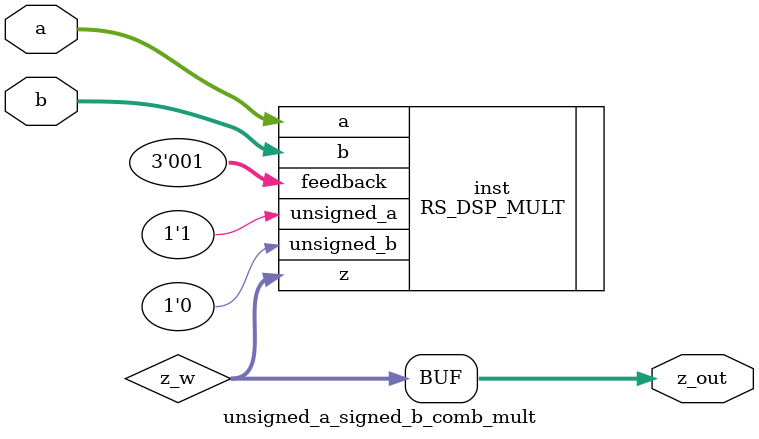
<source format=v>
module unsigned_a_signed_b_comb_mult (
	input  wire [19:0] a,
    input  wire [17:0] b,
    output wire [37:0] z_out
    );

    parameter [79:0] MODE_BITS = 80'd0;
    
    wire [37:0] z_w;

	RS_DSP_MULT #(
    .MODE_BITS(80'h00000000000000000000)) 
        inst(.a(a), .b(b), .z(z_w), .feedback(3'b001), .unsigned_a(1'b1), .unsigned_b(1'b0));
	
    assign z_out = z_w;

endmodule




</source>
